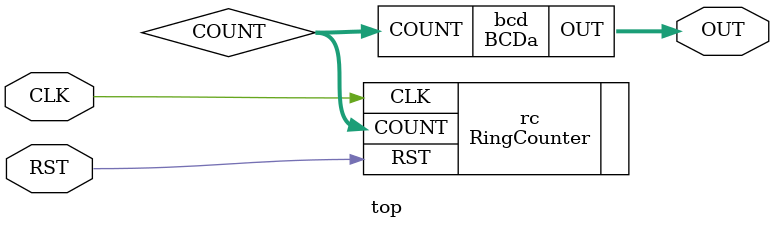
<source format=v>
`timescale 1ns / 1ps

module BCDa(OUT, COUNT);
    input [3:0] COUNT;
    output reg [10:0] OUT;
    
    always @(*) begin
        case (COUNT)
            4'b0001: OUT = 11'b11110011011;
            4'b0010: OUT = 11'b01001001011;
            4'b0100: OUT = 11'b00110011011;
            4'b1000: OUT = 11'b00000001011;
            default: OUT = 11'b11111111111;
        endcase
    end
endmodule

module RingCounter_4bit(CLK, RST, COUNT);
    input CLK, RST;
    output reg [3:0] COUNT;
    
    always @(posedge CLK or posedge RST) begin
        if (RST)
            COUNT <= 4'b0001;
        else begin
            COUNT <= COUNT << 1;
            COUNT[0] <= COUNT[3]; 
        end
    end
endmodule

module top(CLK, RST, OUT);
    input CLK, RST;
    output [10:0] OUT;
    
    wire [3:0] COUNT;
    
    RingCounter rc(.CLK(CLK), .RST(RST), .COUNT(COUNT));
    BCDa bcd(.COUNT(COUNT), .OUT(OUT));
endmodule

</source>
